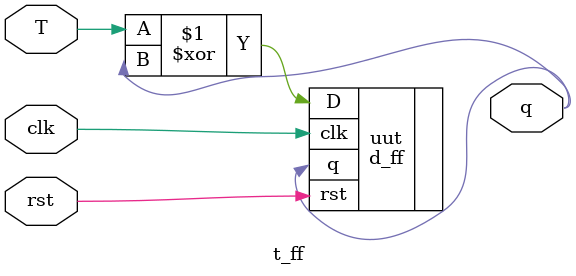
<source format=v>
`include "dff.v"
module t_ff(
    input clk,rst,T,
    output q
    );
    d_ff uut (.D((T ^ q)),.clk(clk),.rst(rst),.q(q));
endmodule
</source>
